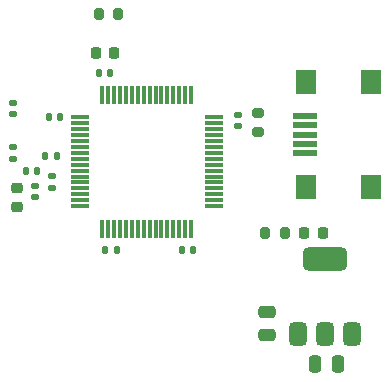
<source format=gbr>
%TF.GenerationSoftware,KiCad,Pcbnew,8.0.2*%
%TF.CreationDate,2024-06-15T16:53:24+02:00*%
%TF.ProjectId,KiCad_STM32_F105RCT6TR,4b694361-645f-4535-944d-33325f463130,v 1.0*%
%TF.SameCoordinates,Original*%
%TF.FileFunction,Paste,Top*%
%TF.FilePolarity,Positive*%
%FSLAX46Y46*%
G04 Gerber Fmt 4.6, Leading zero omitted, Abs format (unit mm)*
G04 Created by KiCad (PCBNEW 8.0.2) date 2024-06-15 16:53:24*
%MOMM*%
%LPD*%
G01*
G04 APERTURE LIST*
G04 Aperture macros list*
%AMRoundRect*
0 Rectangle with rounded corners*
0 $1 Rounding radius*
0 $2 $3 $4 $5 $6 $7 $8 $9 X,Y pos of 4 corners*
0 Add a 4 corners polygon primitive as box body*
4,1,4,$2,$3,$4,$5,$6,$7,$8,$9,$2,$3,0*
0 Add four circle primitives for the rounded corners*
1,1,$1+$1,$2,$3*
1,1,$1+$1,$4,$5*
1,1,$1+$1,$6,$7*
1,1,$1+$1,$8,$9*
0 Add four rect primitives between the rounded corners*
20,1,$1+$1,$2,$3,$4,$5,0*
20,1,$1+$1,$4,$5,$6,$7,0*
20,1,$1+$1,$6,$7,$8,$9,0*
20,1,$1+$1,$8,$9,$2,$3,0*%
G04 Aperture macros list end*
%ADD10RoundRect,0.075000X-0.075000X-0.700000X0.075000X-0.700000X0.075000X0.700000X-0.075000X0.700000X0*%
%ADD11RoundRect,0.075000X-0.700000X-0.075000X0.700000X-0.075000X0.700000X0.075000X-0.700000X0.075000X0*%
%ADD12RoundRect,0.140000X-0.170000X0.140000X-0.170000X-0.140000X0.170000X-0.140000X0.170000X0.140000X0*%
%ADD13R,1.700000X2.000000*%
%ADD14R,2.000000X0.500000*%
%ADD15RoundRect,0.250000X0.250000X0.475000X-0.250000X0.475000X-0.250000X-0.475000X0.250000X-0.475000X0*%
%ADD16RoundRect,0.200000X-0.200000X-0.275000X0.200000X-0.275000X0.200000X0.275000X-0.200000X0.275000X0*%
%ADD17RoundRect,0.225000X-0.225000X-0.250000X0.225000X-0.250000X0.225000X0.250000X-0.225000X0.250000X0*%
%ADD18RoundRect,0.375000X0.375000X-0.625000X0.375000X0.625000X-0.375000X0.625000X-0.375000X-0.625000X0*%
%ADD19RoundRect,0.500000X1.400000X-0.500000X1.400000X0.500000X-1.400000X0.500000X-1.400000X-0.500000X0*%
%ADD20RoundRect,0.218750X0.256250X-0.218750X0.256250X0.218750X-0.256250X0.218750X-0.256250X-0.218750X0*%
%ADD21RoundRect,0.140000X0.140000X0.170000X-0.140000X0.170000X-0.140000X-0.170000X0.140000X-0.170000X0*%
%ADD22RoundRect,0.140000X-0.140000X-0.170000X0.140000X-0.170000X0.140000X0.170000X-0.140000X0.170000X0*%
%ADD23RoundRect,0.140000X0.170000X-0.140000X0.170000X0.140000X-0.170000X0.140000X-0.170000X-0.140000X0*%
%ADD24RoundRect,0.200000X-0.275000X0.200000X-0.275000X-0.200000X0.275000X-0.200000X0.275000X0.200000X0*%
%ADD25RoundRect,0.250000X-0.475000X0.250000X-0.475000X-0.250000X0.475000X-0.250000X0.475000X0.250000X0*%
%ADD26RoundRect,0.218750X-0.218750X-0.256250X0.218750X-0.256250X0.218750X0.256250X-0.218750X0.256250X0*%
G04 APERTURE END LIST*
D10*
%TO.C,F105RCT6TR*%
X103575000Y-59825000D03*
X104075000Y-59825000D03*
X104575000Y-59825000D03*
X105075000Y-59825000D03*
X105575000Y-59825000D03*
X106075000Y-59825000D03*
X106575000Y-59825000D03*
X107075000Y-59825000D03*
X107575000Y-59825000D03*
X108075000Y-59825000D03*
X108575000Y-59825000D03*
X109075000Y-59825000D03*
X109575000Y-59825000D03*
X110075000Y-59825000D03*
X110575000Y-59825000D03*
X111075000Y-59825000D03*
D11*
X113000000Y-61750000D03*
X113000000Y-62250000D03*
X113000000Y-62750000D03*
X113000000Y-63250000D03*
X113000000Y-63750000D03*
X113000000Y-64250000D03*
X113000000Y-64750000D03*
X113000000Y-65250000D03*
X113000000Y-65750000D03*
X113000000Y-66250000D03*
X113000000Y-66750000D03*
X113000000Y-67250000D03*
X113000000Y-67750000D03*
X113000000Y-68250000D03*
X113000000Y-68750000D03*
X113000000Y-69250000D03*
D10*
X111075000Y-71175000D03*
X110575000Y-71175000D03*
X110075000Y-71175000D03*
X109575000Y-71175000D03*
X109075000Y-71175000D03*
X108575000Y-71175000D03*
X108075000Y-71175000D03*
X107575000Y-71175000D03*
X107075000Y-71175000D03*
X106575000Y-71175000D03*
X106075000Y-71175000D03*
X105575000Y-71175000D03*
X105075000Y-71175000D03*
X104575000Y-71175000D03*
X104075000Y-71175000D03*
X103575000Y-71175000D03*
D11*
X101650000Y-69250000D03*
X101650000Y-68750000D03*
X101650000Y-68250000D03*
X101650000Y-67750000D03*
X101650000Y-67250000D03*
X101650000Y-66750000D03*
X101650000Y-66250000D03*
X101650000Y-65750000D03*
X101650000Y-65250000D03*
X101650000Y-64750000D03*
X101650000Y-64250000D03*
X101650000Y-63750000D03*
X101650000Y-63250000D03*
X101650000Y-62750000D03*
X101650000Y-62250000D03*
X101650000Y-61750000D03*
%TD*%
D12*
%TO.C,C3*%
X115075000Y-61540000D03*
X115075000Y-62500000D03*
%TD*%
%TO.C,C12*%
X96000000Y-64270000D03*
X96000000Y-65230000D03*
%TD*%
D13*
%TO.C,USB*%
X126275000Y-58750000D03*
X120825000Y-58750000D03*
X126275000Y-67650000D03*
X120825000Y-67650000D03*
D14*
X120725000Y-61600000D03*
X120725000Y-62400000D03*
X120725000Y-63200000D03*
X120725000Y-64000000D03*
X120725000Y-64800000D03*
%TD*%
D15*
%TO.C,C13*%
X123500000Y-82650000D03*
X121600000Y-82650000D03*
%TD*%
D16*
%TO.C,R1*%
X103250000Y-53000000D03*
X104900000Y-53000000D03*
%TD*%
D17*
%TO.C,C5*%
X103000000Y-56250000D03*
X104550000Y-56250000D03*
%TD*%
D18*
%TO.C,U2*%
X120100000Y-80050000D03*
X122400000Y-80050000D03*
D19*
X122400000Y-73750000D03*
D18*
X124700000Y-80050000D03*
%TD*%
D20*
%TO.C,FB1*%
X96345000Y-69325000D03*
X96345000Y-67750000D03*
%TD*%
D21*
%TO.C,C9*%
X99710000Y-65000000D03*
X98750000Y-65000000D03*
%TD*%
D16*
%TO.C,R3*%
X117350000Y-71500000D03*
X119000000Y-71500000D03*
%TD*%
D22*
%TO.C,C8*%
X97095000Y-66250000D03*
X98055000Y-66250000D03*
%TD*%
%TO.C,C4*%
X103250000Y-58000000D03*
X104210000Y-58000000D03*
%TD*%
D21*
%TO.C,C1*%
X99980000Y-61750000D03*
X99020000Y-61750000D03*
%TD*%
%TO.C,C2*%
X104785000Y-73000000D03*
X103825000Y-73000000D03*
%TD*%
%TO.C,C10*%
X111250000Y-73000000D03*
X110290000Y-73000000D03*
%TD*%
D23*
%TO.C,C6*%
X99345000Y-67705000D03*
X99345000Y-66745000D03*
%TD*%
%TO.C,C7*%
X97845000Y-68480000D03*
X97845000Y-67520000D03*
%TD*%
D24*
%TO.C,R2*%
X116750000Y-61350000D03*
X116750000Y-63000000D03*
%TD*%
D25*
%TO.C,C14*%
X117500000Y-78250000D03*
X117500000Y-80150000D03*
%TD*%
D26*
%TO.C,D1*%
X120675000Y-71500000D03*
X122250000Y-71500000D03*
%TD*%
D23*
%TO.C,C11*%
X96000000Y-61460000D03*
X96000000Y-60500000D03*
%TD*%
M02*

</source>
